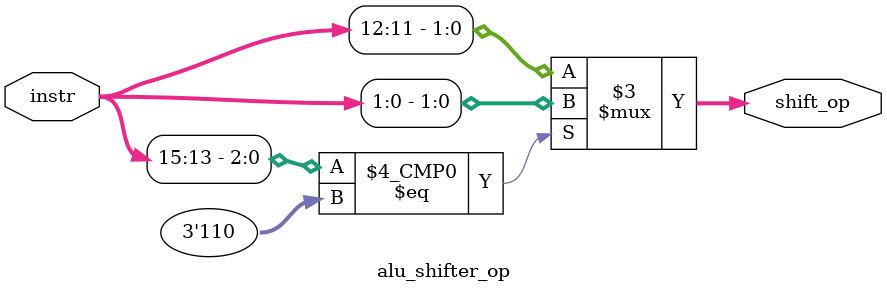
<source format=v>

module alu_shifter_op(instr, shift_op);
	input [15:0] instr;
	output reg [1:0] shift_op;
	always@(*) begin 
		case(instr[15:13])
			 //I-format
			5'b101: begin //begin shifter
				shift_op=instr[12:11];
			end
			
			//R-format
			5'b110:begin//begin shifter, R-format 
				shift_op=instr[1:0];
			end

			default: begin 
				shift_op=instr[12:11];
			end
		endcase 
	
	
	end 
endmodule

</source>
